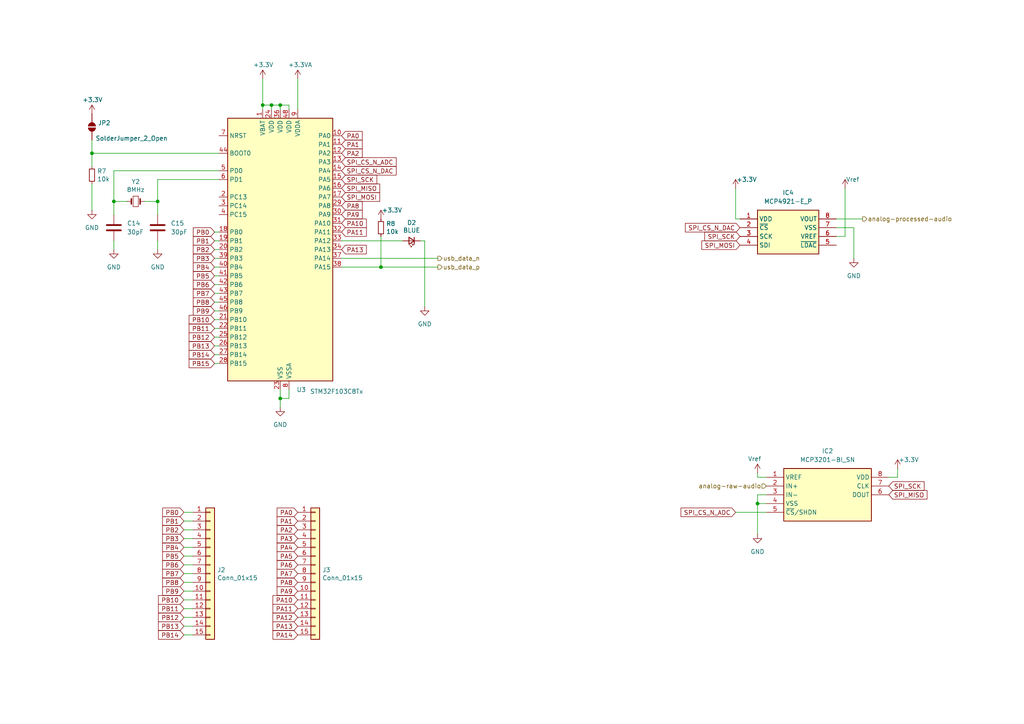
<source format=kicad_sch>
(kicad_sch (version 20231120) (generator "eeschema") (generator_version "8.0")
  (paper "A4")
  (lib_symbols
    (symbol "Connector_Generic:Conn_01x15" (pin_names (offset 1.016) hide)
      (property "Reference" "J" (at 0 20.32 0))
      (property "Value" "Conn_01x15" (at 0 -20.32 0))
      (symbol "Conn_01x15_1_1"
        (rectangle (start -1.27 -17.653) (end 0 -17.907) (stroke (width 0.1524)))
        (rectangle (start -1.27 -15.113) (end 0 -15.367) (stroke (width 0.1524)))
        (rectangle (start -1.27 -12.573) (end 0 -12.827) (stroke (width 0.1524)))
        (rectangle (start -1.27 -10.033) (end 0 -10.287) (stroke (width 0.1524)))
        (rectangle (start -1.27 -7.493) (end 0 -7.747) (stroke (width 0.1524)))
        (rectangle (start -1.27 -4.953) (end 0 -5.207) (stroke (width 0.1524)))
        (rectangle (start -1.27 -2.413) (end 0 -2.667) (stroke (width 0.1524)))
        (rectangle (start -1.27 0.127) (end 0 -0.127) (stroke (width 0.1524)))
        (rectangle (start -1.27 2.667) (end 0 2.413) (stroke (width 0.1524)))
        (rectangle (start -1.27 5.207) (end 0 4.953) (stroke (width 0.1524)))
        (rectangle (start -1.27 7.747) (end 0 7.493) (stroke (width 0.1524)))
        (rectangle (start -1.27 10.287) (end 0 10.033) (stroke (width 0.1524)))
        (rectangle (start -1.27 12.827) (end 0 12.573) (stroke (width 0.1524)))
        (rectangle (start -1.27 15.367) (end 0 15.113) (stroke (width 0.1524)))
        (rectangle (start -1.27 17.907) (end 0 17.653) (stroke (width 0.1524)))
        (rectangle (start -1.27 19.05) (end 1.27 -19.05) (stroke (width 0.254)) (fill (type background)))
        (pin passive line (at -5.08 17.78 0) (length 3.81) (name "Pin_1") (number "1"))
        (pin passive line (at -5.08 -5.08 0) (length 3.81) (name "Pin_10") (number "10"))
        (pin passive line (at -5.08 -7.62 0) (length 3.81) (name "Pin_11") (number "11"))
        (pin passive line (at -5.08 -10.16 0) (length 3.81) (name "Pin_12") (number "12"))
        (pin passive line (at -5.08 -12.7 0) (length 3.81) (name "Pin_13") (number "13"))
        (pin passive line (at -5.08 -15.24 0) (length 3.81) (name "Pin_14") (number "14"))
        (pin passive line (at -5.08 -17.78 0) (length 3.81) (name "Pin_15") (number "15"))
        (pin passive line (at -5.08 15.24 0) (length 3.81) (name "Pin_2") (number "2"))
        (pin passive line (at -5.08 12.7 0) (length 3.81) (name "Pin_3") (number "3"))
        (pin passive line (at -5.08 10.16 0) (length 3.81) (name "Pin_4") (number "4"))
        (pin passive line (at -5.08 7.62 0) (length 3.81) (name "Pin_5") (number "5"))
        (pin passive line (at -5.08 5.08 0) (length 3.81) (name "Pin_6") (number "6"))
        (pin passive line (at -5.08 2.54 0) (length 3.81) (name "Pin_7") (number "7"))
        (pin passive line (at -5.08 0 0) (length 3.81) (name "Pin_8") (number "8"))
        (pin passive line (at -5.08 -2.54 0) (length 3.81) (name "Pin_9") (number "9"))
      )
    )
    (symbol "Device:C" (pin_numbers hide) (pin_names (offset 0.254))
      (property "Reference" "C" (at 0.635 2.54 0))
      (property "Value" "C" (at 0.635 -2.54 0))
      (symbol "C_0_1"
        (polyline (pts (xy -2.032 -0.762) (xy 2.032 -0.762)) (stroke (width 0.508)))
        (polyline (pts (xy -2.032 0.762) (xy 2.032 0.762)) (stroke (width 0.508)))
      )
      (symbol "C_1_1"
        (pin passive line (at 0 3.81 270) (length 2.794) (name "~") (number "1"))
        (pin passive line (at 0 -3.81 90) (length 2.794) (name "~") (number "2"))
      )
    )
    (symbol "Device:Crystal_Small" (pin_numbers hide) (pin_names (offset 1.016) hide)
      (property "Reference" "Y" (at 0 2.54 0))
      (property "Value" "Crystal_Small" (at 0 -2.54 0))
      (symbol "Crystal_Small_0_1"
        (rectangle (start -0.762 -1.524) (end 0.762 1.524))
        (polyline (pts (xy -1.27 -0.762) (xy -1.27 0.762)) (stroke (width 0.381)))
        (polyline (pts (xy 1.27 -0.762) (xy 1.27 0.762)) (stroke (width 0.381)))
      )
      (symbol "Crystal_Small_1_1"
        (pin passive line (at -2.54 0 0) (length 1.27) (name "1") (number "1"))
        (pin passive line (at 2.54 0 180) (length 1.27) (name "2") (number "2"))
      )
    )
    (symbol "Device:LED_Small" (pin_numbers hide) (pin_names (offset 0.254) hide)
      (property "Reference" "D" (at -1.27 3.175 0))
      (property "Value" "LED_Small" (at -4.445 -2.54 0))
      (symbol "LED_Small_0_1"
        (polyline (pts (xy -0.762 -1.016) (xy -0.762 1.016)) (stroke (width 0.254)))
        (polyline (pts (xy 1.016 0) (xy -0.762 0)))
        (polyline (pts (xy 0.762 -1.016) (xy -0.762 0) (xy 0.762 1.016) (xy 0.762 -1.016)) (stroke (width 0.254)))
        (polyline (pts (xy 0 0.762) (xy -0.508 1.27) (xy -0.254 1.27) (xy -0.508 1.27) (xy -0.508 1.016)))
        (polyline (pts (xy 0.508 1.27) (xy 0 1.778) (xy 0.254 1.778) (xy 0 1.778) (xy 0 1.524)))
      )
      (symbol "LED_Small_1_1"
        (pin passive line (at -2.54 0 0) (length 1.778) (name "K") (number "1"))
        (pin passive line (at 2.54 0 180) (length 1.778) (name "A") (number "2"))
      )
    )
    (symbol "Device:R_Small" (pin_numbers hide) (pin_names (offset 0.254) hide)
      (property "Reference" "R" (at 0.762 0.508 0))
      (property "Value" "R_Small" (at 0.762 -1.016 0))
      (symbol "R_Small_0_1"
        (rectangle (start -0.762 1.778) (end 0.762 -1.778) (stroke (width 0.2032)))
      )
      (symbol "R_Small_1_1"
        (pin passive line (at 0 2.54 270) (length 0.762) (name "~") (number "1"))
        (pin passive line (at 0 -2.54 90) (length 0.762) (name "~") (number "2"))
      )
    )
    (symbol "Jumper:SolderJumper_2_Open" (pin_numbers hide) (pin_names (offset 0) hide) (exclude_from_sim yes) (in_bom no)
      (property "Reference" "JP" (at 0 2.032 0))
      (property "Value" "SolderJumper_2_Open" (at 0 -2.54 0))
      (symbol "SolderJumper_2_Open_0_1"
        (arc (start -0.254 1.016) (mid -1.2656 0) (end -0.254 -1.016))
        (arc (start -0.254 1.016) (mid -1.2656 0) (end -0.254 -1.016) (fill (type outline)))
        (polyline (pts (xy -0.254 1.016) (xy -0.254 -1.016)))
        (polyline (pts (xy 0.254 1.016) (xy 0.254 -1.016)))
        (arc (start 0.254 -1.016) (mid 1.2656 0) (end 0.254 1.016))
        (arc (start 0.254 -1.016) (mid 1.2656 0) (end 0.254 1.016) (fill (type outline)))
      )
      (symbol "SolderJumper_2_Open_1_1"
        (pin passive line (at -3.81 0 0) (length 2.54) (name "A") (number "1"))
        (pin passive line (at 3.81 0 180) (length 2.54) (name "B") (number "2"))
      )
    )
    (symbol "MCU_ST_STM32F1:STM32F103C8Tx"
      (property "Reference" "U" (at -15.24 39.37 0))
      (property "Value" "STM32F103C8Tx" (at 7.62 39.37 0))
      (symbol "STM32F103C8Tx_0_1"
        (rectangle (start -15.24 -38.1) (end 15.24 38.1) (stroke (width 0.254)) (fill (type background)))
      )
      (symbol "STM32F103C8Tx_1_1"
        (pin power_in line (at -5.08 40.64 270) (length 2.54) (name "VBAT") (number "1"))
        (pin bidirectional line (at 17.78 33.02 180) (length 2.54) (name "PA0") (number "10"))
        (pin bidirectional line (at 17.78 30.48 180) (length 2.54) (name "PA1") (number "11"))
        (pin bidirectional line (at 17.78 27.94 180) (length 2.54) (name "PA2") (number "12"))
        (pin bidirectional line (at 17.78 25.4 180) (length 2.54) (name "PA3") (number "13"))
        (pin bidirectional line (at 17.78 22.86 180) (length 2.54) (name "PA4") (number "14"))
        (pin bidirectional line (at 17.78 20.32 180) (length 2.54) (name "PA5") (number "15"))
        (pin bidirectional line (at 17.78 17.78 180) (length 2.54) (name "PA6") (number "16"))
        (pin bidirectional line (at 17.78 15.24 180) (length 2.54) (name "PA7") (number "17"))
        (pin bidirectional line (at -17.78 5.08 0) (length 2.54) (name "PB0") (number "18"))
        (pin bidirectional line (at -17.78 2.54 0) (length 2.54) (name "PB1") (number "19"))
        (pin bidirectional line (at -17.78 15.24 0) (length 2.54) (name "PC13") (number "2"))
        (pin bidirectional line (at -17.78 0 0) (length 2.54) (name "PB2") (number "20"))
        (pin bidirectional line (at -17.78 -20.32 0) (length 2.54) (name "PB10") (number "21"))
        (pin bidirectional line (at -17.78 -22.86 0) (length 2.54) (name "PB11") (number "22"))
        (pin power_in line (at 0 -40.64 90) (length 2.54) (name "VSS") (number "23"))
        (pin power_in line (at -2.54 40.64 270) (length 2.54) (name "VDD") (number "24"))
        (pin bidirectional line (at -17.78 -25.4 0) (length 2.54) (name "PB12") (number "25"))
        (pin bidirectional line (at -17.78 -27.94 0) (length 2.54) (name "PB13") (number "26"))
        (pin bidirectional line (at -17.78 -30.48 0) (length 2.54) (name "PB14") (number "27"))
        (pin bidirectional line (at -17.78 -33.02 0) (length 2.54) (name "PB15") (number "28"))
        (pin bidirectional line (at 17.78 12.7 180) (length 2.54) (name "PA8") (number "29"))
        (pin bidirectional line (at -17.78 12.7 0) (length 2.54) (name "PC14") (number "3"))
        (pin bidirectional line (at 17.78 10.16 180) (length 2.54) (name "PA9") (number "30"))
        (pin bidirectional line (at 17.78 7.62 180) (length 2.54) (name "PA10") (number "31"))
        (pin bidirectional line (at 17.78 5.08 180) (length 2.54) (name "PA11") (number "32"))
        (pin bidirectional line (at 17.78 2.54 180) (length 2.54) (name "PA12") (number "33"))
        (pin bidirectional line (at 17.78 0 180) (length 2.54) (name "PA13") (number "34"))
        (pin passive line (at 0 -40.64 90) (length 2.54) hide (name "VSS") (number "35"))
        (pin power_in line (at 0 40.64 270) (length 2.54) (name "VDD") (number "36"))
        (pin bidirectional line (at 17.78 -2.54 180) (length 2.54) (name "PA14") (number "37"))
        (pin bidirectional line (at 17.78 -5.08 180) (length 2.54) (name "PA15") (number "38"))
        (pin bidirectional line (at -17.78 -2.54 0) (length 2.54) (name "PB3") (number "39"))
        (pin bidirectional line (at -17.78 10.16 0) (length 2.54) (name "PC15") (number "4"))
        (pin bidirectional line (at -17.78 -5.08 0) (length 2.54) (name "PB4") (number "40"))
        (pin bidirectional line (at -17.78 -7.62 0) (length 2.54) (name "PB5") (number "41"))
        (pin bidirectional line (at -17.78 -10.16 0) (length 2.54) (name "PB6") (number "42"))
        (pin bidirectional line (at -17.78 -12.7 0) (length 2.54) (name "PB7") (number "43"))
        (pin input line (at -17.78 27.94 0) (length 2.54) (name "BOOT0") (number "44"))
        (pin bidirectional line (at -17.78 -15.24 0) (length 2.54) (name "PB8") (number "45"))
        (pin bidirectional line (at -17.78 -17.78 0) (length 2.54) (name "PB9") (number "46"))
        (pin passive line (at 0 -40.64 90) (length 2.54) hide (name "VSS") (number "47"))
        (pin power_in line (at 2.54 40.64 270) (length 2.54) (name "VDD") (number "48"))
        (pin bidirectional line (at -17.78 22.86 0) (length 2.54) (name "PD0") (number "5"))
        (pin bidirectional line (at -17.78 20.32 0) (length 2.54) (name "PD1") (number "6"))
        (pin input line (at -17.78 33.02 0) (length 2.54) (name "NRST") (number "7"))
        (pin power_in line (at 2.54 -40.64 90) (length 2.54) (name "VSSA") (number "8"))
        (pin power_in line (at 5.08 40.64 270) (length 2.54) (name "VDDA") (number "9"))
      )
    )
    (symbol "cagil_library:MCP3201-BI_SN"
      (property "Reference" "IC2" (at 17.78 7.62 0))
      (property "Value" "MCP3201-BI_SN" (at 17.78 5.08 0))
      (symbol "MCP3201-BI_SN_1_1"
        (rectangle (start 5.08 2.54) (end 30.48 -12.7) (stroke (width 0.254)) (fill (type background)))
        (pin passive line (at 0 0 0) (length 5.08) (name "VREF") (number "1"))
        (pin passive line (at 0 -2.54 0) (length 5.08) (name "IN+") (number "2"))
        (pin passive line (at 0 -5.08 0) (length 5.08) (name "IN-") (number "3"))
        (pin passive line (at 0 -7.62 0) (length 5.08) (name "VSS") (number "4"))
        (pin passive line (at 0 -10.16 0) (length 5.08) (name "~{CS}/SHDN") (number "5"))
        (pin passive line (at 35.56 -5.08 180) (length 5.08) (name "DOUT") (number "6"))
        (pin passive line (at 35.56 -2.54 180) (length 5.08) (name "CLK") (number "7"))
        (pin passive line (at 35.56 0 180) (length 5.08) (name "VDD") (number "8"))
      )
    )
    (symbol "cagil_library:MCP4921-E_P"
      (property "Reference" "IC" (at 24.13 7.62 0))
      (property "Value" "MCP4921-E_P" (at 24.13 5.08 0))
      (symbol "MCP4921-E_P_1_1"
        (rectangle (start 5.08 2.54) (end 22.86 -10.16) (stroke (width 0.254)) (fill (type background)))
        (pin power_in line (at 0 0 0) (length 5.08) (name "VDD") (number "1"))
        (pin input line (at 0 -2.54 0) (length 5.08) (name "~{CS}") (number "2"))
        (pin passive line (at 0 -5.08 0) (length 5.08) (name "SCK") (number "3"))
        (pin passive line (at 0 -7.62 0) (length 5.08) (name "SDI") (number "4"))
        (pin passive line (at 27.94 -7.62 180) (length 5.08) (name "~{LDAC}") (number "5"))
        (pin input line (at 27.94 -5.08 180) (length 5.08) (name "VREF") (number "6"))
        (pin power_in line (at 27.94 -2.54 180) (length 5.08) (name "VSS") (number "7"))
        (pin output line (at 27.94 0 180) (length 5.08) (name "VOUT") (number "8"))
      )
    )
    (symbol "power:GND" (power) (pin_numbers hide) (pin_names (offset 0) hide)
      (property "Value" "GND" (at 0 -3.81 0))
      (symbol "GND_0_1"
        (polyline (pts (xy 0 0) (xy 0 -1.27) (xy 1.27 -1.27) (xy 0 -2.54) (xy -1.27 -1.27) (xy 0 -1.27)))
      )
      (symbol "GND_1_1"
        (pin power_in line (at 0 0 270) (length 0) (name "~") (number "1"))
      )
    )
    (symbol "power:VDD" (power) (pin_numbers hide) (pin_names (offset 0) hide)
      (property "Value" "VDD" (at 0 3.556 0))
      (symbol "VDD_0_1"
        (polyline (pts (xy -0.762 1.27) (xy 0 2.54)))
        (polyline (pts (xy 0 0) (xy 0 2.54)))
        (polyline (pts (xy 0 2.54) (xy 0.762 1.27)))
      )
      (symbol "VDD_1_1"
        (pin power_in line (at 0 0 90) (length 0) (name "~") (number "1"))
      )
    )
  )
  (junction (at 45.72 58.42))
  (junction (at 81.28 30.48))
  (junction (at 219.71 146.05))
  (junction (at 76.2 30.48))
  (junction (at 33.02 58.42))
  (junction (at 78.74 30.48))
  (junction (at 26.67 44.45))
  (junction (at 81.28 115.57))
  (junction (at 110.49 77.47))
  (wire (pts (xy 62.23 87.63) (xy 63.5 87.63)))
  (wire (pts (xy 219.71 143.51) (xy 219.71 146.05)))
  (wire (pts (xy 62.23 77.47) (xy 63.5 77.47)))
  (wire (pts (xy 45.72 52.07) (xy 45.72 58.42)))
  (wire (pts (xy 53.34 171.45) (xy 55.88 171.45)))
  (wire (pts (xy 53.34 161.29) (xy 55.88 161.29)))
  (wire (pts (xy 62.23 100.33) (xy 63.5 100.33)))
  (wire (pts (xy 62.23 82.55) (xy 63.5 82.55)))
  (wire (pts (xy 53.34 179.07) (xy 55.88 179.07)))
  (wire (pts (xy 257.81 138.43) (xy 260.35 138.43)))
  (wire (pts (xy 53.34 173.99) (xy 55.88 173.99)))
  (wire (pts (xy 110.49 68.58) (xy 110.49 77.47)))
  (wire (pts (xy 121.92 69.85) (xy 123.19 69.85)))
  (wire (pts (xy 83.82 30.48) (xy 83.82 31.75)))
  (wire (pts (xy 245.11 54.61) (xy 245.11 68.58)))
  (wire (pts (xy 76.2 22.86) (xy 76.2 30.48)))
  (wire (pts (xy 62.23 69.85) (xy 63.5 69.85)))
  (wire (pts (xy 53.34 163.83) (xy 55.88 163.83)))
  (wire (pts (xy 62.23 102.87) (xy 63.5 102.87)))
  (wire (pts (xy 53.34 153.67) (xy 55.88 153.67)))
  (wire (pts (xy 219.71 146.05) (xy 222.25 146.05)))
  (wire (pts (xy 81.28 30.48) (xy 83.82 30.48)))
  (wire (pts (xy 62.23 90.17) (xy 63.5 90.17)))
  (wire (pts (xy 62.23 95.25) (xy 63.5 95.25)))
  (wire (pts (xy 83.82 115.57) (xy 83.82 113.03)))
  (wire (pts (xy 26.67 44.45) (xy 26.67 48.26)))
  (wire (pts (xy 219.71 137.16) (xy 219.71 138.43)))
  (wire (pts (xy 62.23 105.41) (xy 63.5 105.41)))
  (wire (pts (xy 81.28 118.11) (xy 81.28 115.57)))
  (wire (pts (xy 76.2 30.48) (xy 78.74 30.48)))
  (wire (pts (xy 33.02 58.42) (xy 33.02 62.23)))
  (wire (pts (xy 62.23 80.01) (xy 63.5 80.01)))
  (wire (pts (xy 53.34 156.21) (xy 55.88 156.21)))
  (wire (pts (xy 222.25 143.51) (xy 219.71 143.51)))
  (wire (pts (xy 62.23 97.79) (xy 63.5 97.79)))
  (wire (pts (xy 53.34 181.61) (xy 55.88 181.61)))
  (wire (pts (xy 45.72 52.07) (xy 63.5 52.07)))
  (wire (pts (xy 53.34 148.59) (xy 55.88 148.59)))
  (wire (pts (xy 123.19 69.85) (xy 123.19 88.9)))
  (wire (pts (xy 45.72 58.42) (xy 45.72 62.23)))
  (wire (pts (xy 62.23 92.71) (xy 63.5 92.71)))
  (wire (pts (xy 33.02 58.42) (xy 36.83 58.42)))
  (wire (pts (xy 62.23 67.31) (xy 63.5 67.31)))
  (wire (pts (xy 62.23 72.39) (xy 63.5 72.39)))
  (wire (pts (xy 62.23 85.09) (xy 63.5 85.09)))
  (wire (pts (xy 99.06 69.85) (xy 116.84 69.85)))
  (wire (pts (xy 33.02 49.53) (xy 33.02 58.42)))
  (wire (pts (xy 81.28 115.57) (xy 83.82 115.57)))
  (wire (pts (xy 110.49 77.47) (xy 127 77.47)))
  (wire (pts (xy 86.36 22.86) (xy 86.36 31.75)))
  (wire (pts (xy 45.72 69.85) (xy 45.72 72.39)))
  (wire (pts (xy 247.65 66.04) (xy 242.57 66.04)))
  (wire (pts (xy 219.71 138.43) (xy 222.25 138.43)))
  (wire (pts (xy 81.28 30.48) (xy 81.28 31.75)))
  (wire (pts (xy 242.57 68.58) (xy 245.11 68.58)))
  (wire (pts (xy 78.74 30.48) (xy 78.74 31.75)))
  (wire (pts (xy 99.06 74.93) (xy 127 74.93)))
  (wire (pts (xy 53.34 168.91) (xy 55.88 168.91)))
  (wire (pts (xy 99.06 77.47) (xy 110.49 77.47)))
  (wire (pts (xy 78.74 30.48) (xy 81.28 30.48)))
  (wire (pts (xy 76.2 30.48) (xy 76.2 31.75)))
  (wire (pts (xy 62.23 74.93) (xy 63.5 74.93)))
  (wire (pts (xy 219.71 154.94) (xy 219.71 146.05)))
  (wire (pts (xy 33.02 69.85) (xy 33.02 72.39)))
  (wire (pts (xy 242.57 63.5) (xy 250.19 63.5)))
  (wire (pts (xy 33.02 49.53) (xy 63.5 49.53)))
  (wire (pts (xy 213.36 148.59) (xy 222.25 148.59)))
  (wire (pts (xy 247.65 74.93) (xy 247.65 66.04)))
  (wire (pts (xy 53.34 184.15) (xy 55.88 184.15)))
  (wire (pts (xy 213.36 54.61) (xy 213.36 63.5)))
  (wire (pts (xy 53.34 151.13) (xy 55.88 151.13)))
  (wire (pts (xy 26.67 44.45) (xy 63.5 44.45)))
  (wire (pts (xy 213.36 63.5) (xy 214.63 63.5)))
  (wire (pts (xy 26.67 40.64) (xy 26.67 44.45)))
  (wire (pts (xy 81.28 115.57) (xy 81.28 113.03)))
  (wire (pts (xy 26.67 53.34) (xy 26.67 60.96)))
  (wire (pts (xy 53.34 158.75) (xy 55.88 158.75)))
  (wire (pts (xy 53.34 176.53) (xy 55.88 176.53)))
  (wire (pts (xy 260.35 135.89) (xy 260.35 138.43)))
  (wire (pts (xy 41.91 58.42) (xy 45.72 58.42)))
  (wire (pts (xy 53.34 166.37) (xy 55.88 166.37)))
  (global_label "PB0" (shape input) (at 53.34 148.59 180) (property "Intersheetrefs" "${INTERSHEET_REFS}" (effects (hide yes))))
  (global_label "PB5" (shape input) (at 53.34 161.29 180) (property "Intersheetrefs" "${INTERSHEET_REFS}" (effects (hide yes))))
  (global_label "PB14" (shape input) (at 53.34 184.15 180) (property "Intersheetrefs" "${INTERSHEET_REFS}" (effects (hide yes))))
  (global_label "PA1" (shape input) (at 86.36 151.13 180) (property "Intersheetrefs" "${INTERSHEET_REFS}" (effects (hide yes))))
  (global_label "PB3" (shape input) (at 62.23 74.93 180) (property "Intersheetrefs" "${INTERSHEET_REFS}" (effects (hide yes))))
  (global_label "PA0" (shape input) (at 99.06 39.37 0) (property "Intersheetrefs" "${INTERSHEET_REFS}" (effects (hide yes))))
  (global_label "PA8" (shape input) (at 86.36 168.91 180) (property "Intersheetrefs" "${INTERSHEET_REFS}" (effects (hide yes))))
  (global_label "PB9" (shape input) (at 62.23 90.17 180) (property "Intersheetrefs" "${INTERSHEET_REFS}" (effects (hide yes))))
  (global_label "PB13" (shape input) (at 53.34 181.61 180) (property "Intersheetrefs" "${INTERSHEET_REFS}" (effects (hide yes))))
  (global_label "SPI_MISO" (shape input) (at 257.81 143.51 0) (property "Intersheetrefs" "${INTERSHEET_REFS}" (effects (hide yes))))
  (global_label "PA0" (shape input) (at 86.36 148.59 180) (property "Intersheetrefs" "${INTERSHEET_REFS}" (effects (hide yes))))
  (global_label "PA7" (shape input) (at 86.36 166.37 180) (property "Intersheetrefs" "${INTERSHEET_REFS}" (effects (hide yes))))
  (global_label "PB1" (shape input) (at 62.23 69.85 180) (property "Intersheetrefs" "${INTERSHEET_REFS}" (effects (hide yes))))
  (global_label "PA9" (shape input) (at 99.06 62.23 0) (property "Intersheetrefs" "${INTERSHEET_REFS}" (effects (hide yes))))
  (global_label "PB6" (shape input) (at 53.34 163.83 180) (property "Intersheetrefs" "${INTERSHEET_REFS}" (effects (hide yes))))
  (global_label "PA14" (shape input) (at 86.36 184.15 180) (property "Intersheetrefs" "${INTERSHEET_REFS}" (effects (hide yes))))
  (global_label "PB11" (shape input) (at 62.23 95.25 180) (property "Intersheetrefs" "${INTERSHEET_REFS}" (effects (hide yes))))
  (global_label "PB2" (shape input) (at 53.34 153.67 180) (property "Intersheetrefs" "${INTERSHEET_REFS}" (effects (hide yes))))
  (global_label "SPI_CS_N_ADC" (shape input) (at 99.06 46.99 0) (property "Intersheetrefs" "${INTERSHEET_REFS}" (effects (hide yes))))
  (global_label "SPI_SCK" (shape input) (at 214.63 68.58 180) (property "Intersheetrefs" "${INTERSHEET_REFS}" (effects (hide yes))))
  (global_label "SPI_SCK" (shape input) (at 257.81 140.97 0) (property "Intersheetrefs" "${INTERSHEET_REFS}" (effects (hide yes))))
  (global_label "PB2" (shape input) (at 62.23 72.39 180) (property "Intersheetrefs" "${INTERSHEET_REFS}" (effects (hide yes))))
  (global_label "PB8" (shape input) (at 62.23 87.63 180) (property "Intersheetrefs" "${INTERSHEET_REFS}" (effects (hide yes))))
  (global_label "PB7" (shape input) (at 53.34 166.37 180) (property "Intersheetrefs" "${INTERSHEET_REFS}" (effects (hide yes))))
  (global_label "PB10" (shape input) (at 62.23 92.71 180) (property "Intersheetrefs" "${INTERSHEET_REFS}" (effects (hide yes))))
  (global_label "SPI_SCK" (shape input) (at 99.06 52.07 0) (property "Intersheetrefs" "${INTERSHEET_REFS}" (effects (hide yes))))
  (global_label "PB5" (shape input) (at 62.23 80.01 180) (property "Intersheetrefs" "${INTERSHEET_REFS}" (effects (hide yes))))
  (global_label "PB1" (shape input) (at 53.34 151.13 180) (property "Intersheetrefs" "${INTERSHEET_REFS}" (effects (hide yes))))
  (global_label "PB12" (shape input) (at 62.23 97.79 180) (property "Intersheetrefs" "${INTERSHEET_REFS}" (effects (hide yes))))
  (global_label "PB10" (shape input) (at 53.34 173.99 180) (property "Intersheetrefs" "${INTERSHEET_REFS}" (effects (hide yes))))
  (global_label "PB9" (shape input) (at 53.34 171.45 180) (property "Intersheetrefs" "${INTERSHEET_REFS}" (effects (hide yes))))
  (global_label "PA12" (shape input) (at 86.36 179.07 180) (property "Intersheetrefs" "${INTERSHEET_REFS}" (effects (hide yes))))
  (global_label "SPI_MISO" (shape input) (at 99.06 54.61 0) (property "Intersheetrefs" "${INTERSHEET_REFS}" (effects (hide yes))))
  (global_label "PA6" (shape input) (at 86.36 163.83 180) (property "Intersheetrefs" "${INTERSHEET_REFS}" (effects (hide yes))))
  (global_label "SPI_MOSI" (shape input) (at 99.06 57.15 0) (property "Intersheetrefs" "${INTERSHEET_REFS}" (effects (hide yes))))
  (global_label "PB7" (shape input) (at 62.23 85.09 180) (property "Intersheetrefs" "${INTERSHEET_REFS}" (effects (hide yes))))
  (global_label "SPI_CS_N_ADC" (shape input) (at 213.36 148.59 180) (property "Intersheetrefs" "${INTERSHEET_REFS}" (effects (hide yes))))
  (global_label "PA11" (shape input) (at 86.36 176.53 180) (property "Intersheetrefs" "${INTERSHEET_REFS}" (effects (hide yes))))
  (global_label "PB15" (shape input) (at 62.23 105.41 180) (property "Intersheetrefs" "${INTERSHEET_REFS}" (effects (hide yes))))
  (global_label "PA2" (shape input) (at 99.06 44.45 0) (property "Intersheetrefs" "${INTERSHEET_REFS}" (effects (hide yes))))
  (global_label "PB8" (shape input) (at 53.34 168.91 180) (property "Intersheetrefs" "${INTERSHEET_REFS}" (effects (hide yes))))
  (global_label "PB11" (shape input) (at 53.34 176.53 180) (property "Intersheetrefs" "${INTERSHEET_REFS}" (effects (hide yes))))
  (global_label "PB12" (shape input) (at 53.34 179.07 180) (property "Intersheetrefs" "${INTERSHEET_REFS}" (effects (hide yes))))
  (global_label "PA1" (shape input) (at 99.06 41.91 0) (property "Intersheetrefs" "${INTERSHEET_REFS}" (effects (hide yes))))
  (global_label "PA3" (shape input) (at 86.36 156.21 180) (property "Intersheetrefs" "${INTERSHEET_REFS}" (effects (hide yes))))
  (global_label "PB3" (shape input) (at 53.34 156.21 180) (property "Intersheetrefs" "${INTERSHEET_REFS}" (effects (hide yes))))
  (global_label "PA10" (shape input) (at 86.36 173.99 180) (property "Intersheetrefs" "${INTERSHEET_REFS}" (effects (hide yes))))
  (global_label "PB14" (shape input) (at 62.23 102.87 180) (property "Intersheetrefs" "${INTERSHEET_REFS}" (effects (hide yes))))
  (global_label "PA2" (shape input) (at 86.36 153.67 180) (property "Intersheetrefs" "${INTERSHEET_REFS}" (effects (hide yes))))
  (global_label "PA11" (shape input) (at 99.06 67.31 0) (property "Intersheetrefs" "${INTERSHEET_REFS}" (effects (hide yes))))
  (global_label "PB13" (shape input) (at 62.23 100.33 180) (property "Intersheetrefs" "${INTERSHEET_REFS}" (effects (hide yes))))
  (global_label "PA4" (shape input) (at 86.36 158.75 180) (property "Intersheetrefs" "${INTERSHEET_REFS}" (effects (hide yes))))
  (global_label "PB4" (shape input) (at 53.34 158.75 180) (property "Intersheetrefs" "${INTERSHEET_REFS}" (effects (hide yes))))
  (global_label "PA9" (shape input) (at 86.36 171.45 180) (property "Intersheetrefs" "${INTERSHEET_REFS}" (effects (hide yes))))
  (global_label "PA8" (shape input) (at 99.06 59.69 0) (property "Intersheetrefs" "${INTERSHEET_REFS}" (effects (hide yes))))
  (global_label "PA13" (shape input) (at 99.06 72.39 0) (property "Intersheetrefs" "${INTERSHEET_REFS}" (effects (hide yes))))
  (global_label "PA5" (shape input) (at 86.36 161.29 180) (property "Intersheetrefs" "${INTERSHEET_REFS}" (effects (hide yes))))
  (global_label "PA10" (shape input) (at 99.06 64.77 0) (property "Intersheetrefs" "${INTERSHEET_REFS}" (effects (hide yes))))
  (global_label "PB6" (shape input) (at 62.23 82.55 180) (property "Intersheetrefs" "${INTERSHEET_REFS}" (effects (hide yes))))
  (global_label "PA13" (shape input) (at 86.36 181.61 180) (property "Intersheetrefs" "${INTERSHEET_REFS}" (effects (hide yes))))
  (global_label "PB0" (shape input) (at 62.23 67.31 180) (property "Intersheetrefs" "${INTERSHEET_REFS}" (effects (hide yes))))
  (global_label "SPI_CS_N_DAC" (shape input) (at 214.63 66.04 180) (property "Intersheetrefs" "${INTERSHEET_REFS}" (effects (hide yes))))
  (global_label "SPI_MOSI" (shape input) (at 214.63 71.12 180) (property "Intersheetrefs" "${INTERSHEET_REFS}" (effects (hide yes))))
  (global_label "SPI_CS_N_DAC" (shape input) (at 99.06 49.53 0) (property "Intersheetrefs" "${INTERSHEET_REFS}" (effects (hide yes))))
  (global_label "PB4" (shape input) (at 62.23 77.47 180) (property "Intersheetrefs" "${INTERSHEET_REFS}" (effects (hide yes))))
  (hierarchical_label "usb_data_n" (shape output) (at 127 74.93 0))
  (hierarchical_label "analog-raw-audio" (shape input) (at 222.25 140.97 180))
  (hierarchical_label "usb_data_p" (shape output) (at 127 77.47 0))
  (hierarchical_label "analog-processed-audio" (shape output) (at 250.19 63.5 0))
  (symbol (lib_id "cagil_library:MCP4921-E_P") (at 214.63 63.5 0) (unit 1)
    (property "Reference" "IC4" (at 228.6 55.88 0))
    (property "Value" "MCP4921-E_P" (at 228.6 58.42 0))
    (property "Datasheet" "https://datasheet.datasheetarchive.com/originals/distributors/SFDatasheet-4/sf-00090085.pdf" (effects (hide yes)))
    (property "Description" "Microchip MCP4921-E/P, 12 bit Serial DAC, 8-Pin PDIP" (effects (hide yes)))
    (property "Height" "5.334" (effects (hide yes)))
    (property "Mouser Part Number" "579-MCP4921-E/P" (effects (hide yes)))
    (property "Mouser Price/Stock" "https://www.mouser.co.uk/ProductDetail/Microchip-Technology/MCP4921-E-P?qs=1zyQUV6YKYz%252BhdPnOOm6sg%3D%3D" (effects (hide yes)))
    (property "Manufacturer_Name" "Microchip" (effects (hide yes)))
    (property "Manufacturer_Part_Number" "MCP4921-E/P" (effects (hide yes)))
  )
  (symbol (lib_id "Jumper:SolderJumper_2_Open") (at 26.67 36.83 270) (unit 1)
    (property "Reference" "JP2" (at 28.3972 35.6616 90) (effects (justify left)))
    (property "Value" "SolderJumper_2_Open" (at 27.686 40.132 90) (effects (justify left)))
    (property "Footprint" "Jumper:SolderJumper-2_P1.3mm_Open_Pad1.0x1.5mm" (effects (hide yes)))
  )
  (symbol (lib_id "Device:R_Small") (at 26.67 50.8 0) (unit 1)
    (property "Reference" "R7" (at 28.1686 49.6316 0) (effects (justify left)))
    (property "Value" "10k" (at 28.1686 51.943 0) (effects (justify left)))
    (property "Footprint" "Resistor_SMD:R_0402_1005Metric" (effects (hide yes)))
    (property "LCSC Part #" "C25744" (effects (hide yes)))
  )
  (symbol (lib_id "Device:C") (at 33.02 66.04 0) (unit 1)
    (property "Reference" "C14" (at 36.83 64.7699 0) (effects (justify left)))
    (property "Value" "30pF" (at 36.83 67.3099 0) (effects (justify left)))
    (property "Description" "Unpolarized capacitor" (effects (hide yes)))
  )
  (symbol (lib_id "power:GND") (at 247.65 74.93 0) (unit 1)
    (property "Reference" "#PWR028" (effects (hide yes)))
    (property "Value" "GND" (at 247.65 80.01 0))
    (property "Description" "Power symbol creates a global label with name \"GND\" , ground" (effects (hide yes)))
  )
  (symbol (lib_id "power:GND") (at 26.67 60.96 0) (unit 1)
    (property "Reference" "#PWR030" (effects (hide yes)))
    (property "Value" "GND" (at 26.67 66.04 0))
    (property "Description" "Power symbol creates a global label with name \"GND\" , ground" (effects (hide yes)))
  )
  (symbol (lib_id "Device:C") (at 45.72 66.04 0) (unit 1)
    (property "Reference" "C15" (at 49.53 64.7699 0) (effects (justify left)))
    (property "Value" "30pF" (at 49.53 67.3099 0) (effects (justify left)))
    (property "Description" "Unpolarized capacitor" (effects (hide yes)))
  )
  (symbol (lib_id "power:GND") (at 123.19 88.9 0) (unit 1)
    (property "Reference" "#PWR037" (effects (hide yes)))
    (property "Value" "GND" (at 123.19 93.98 0))
    (property "Description" "Power symbol creates a global label with name \"GND\" , ground" (effects (hide yes)))
  )
  (symbol (lib_id "Device:R_Small") (at 110.49 66.04 0) (unit 1)
    (property "Reference" "R8" (at 111.9886 64.8716 0) (effects (justify left)))
    (property "Value" "10k" (at 111.9886 67.183 0) (effects (justify left)))
    (property "Footprint" "Resistor_SMD:R_0402_1005Metric" (effects (hide yes)))
    (property "LCSC Part #" "C25744" (effects (hide yes)))
  )
  (symbol (lib_id "Device:Crystal_Small") (at 39.37 58.42 0) (unit 1)
    (property "Reference" "Y2" (at 39.37 52.705 0))
    (property "Value" "8MHz" (at 39.37 55.0164 0))
    (property "Footprint" "Crystal:Crystal_SMD_5032-2Pin_5.0x3.2mm" (effects (hide yes)))
    (property "LCSC Part #" "C115962" (effects (hide yes)))
  )
  (symbol (lib_id "power:GND") (at 33.02 72.39 0) (unit 1)
    (property "Reference" "#PWR031" (effects (hide yes)))
    (property "Value" "GND" (at 33.02 77.47 0))
    (property "Description" "Power symbol creates a global label with name \"GND\" , ground" (effects (hide yes)))
  )
  (symbol (lib_id "cagil_library:MCP3201-BI_SN") (at 222.25 138.43 0) (unit 1)
    (property "Reference" "IC2" (at 240.03 130.81 0))
    (property "Value" "MCP3201-BI_SN" (at 240.03 133.35 0))
    (property "Datasheet" "http://ww1.microchip.com/downloads/en/DeviceDoc/21290F.pdf" (effects (hide yes)))
    (property "Description" "12 bit A-D converter,MCP3201-BI/SN SO8" (effects (hide yes)))
    (property "Height" "1.75" (effects (hide yes)))
    (property "Mouser Part Number" "579-MCP3201-BI/SN" (effects (hide yes)))
    (property "Mouser Price/Stock" "https://www.mouser.co.uk/ProductDetail/Microchip-Technology/MCP3201-BI-SN?qs=DYhulPWWrtvVnVeNjjjVNg%3D%3D" (effects (hide yes)))
    (property "Manufacturer_Name" "Microchip" (effects (hide yes)))
    (property "Manufacturer_Part_Number" "MCP3201-BI/SN" (effects (hide yes)))
  )
  (symbol (lib_id "power:GND") (at 45.72 72.39 0) (unit 1)
    (property "Reference" "#PWR032" (effects (hide yes)))
    (property "Value" "GND" (at 45.72 77.47 0))
    (property "Description" "Power symbol creates a global label with name \"GND\" , ground" (effects (hide yes)))
  )
  (symbol (lib_id "Device:LED_Small") (at 119.38 69.85 180) (unit 1)
    (property "Reference" "D2" (at 119.38 64.5922 0))
    (property "Value" "BLUE" (at 119.38 66.802 0))
    (property "Footprint" "LED_SMD:LED_0603_1608Metric" (effects (hide yes)))
    (property "LCSC Part #" "C72041" (effects (hide yes)))
  )
  (symbol (lib_id "power:VDD") (at 76.2 22.86 0) (unit 1)
    (property "Reference" "#PWR033" (effects (hide yes)))
    (property "Value" "+3.3V" (at 73.406 18.796 0) (effects (justify left)))
    (property "Description" "Power symbol creates a global label with name \"VDD\"" (effects (hide yes)))
  )
  (symbol (lib_id "Connector_Generic:Conn_01x15") (at 60.96 166.37 0) (unit 1)
    (property "Reference" "J2" (at 62.992 165.3032 0) (effects (justify left)))
    (property "Value" "Conn_01x15" (at 62.992 167.6146 0) (effects (justify left)))
    (property "Footprint" "Connector_PinHeader_2.54mm:PinHeader_1x15_P2.54mm_Vertical" (effects (hide yes)))
  )
  (symbol (lib_id "power:VDD") (at 110.49 63.5 0) (unit 1)
    (property "Reference" "#PWR036" (effects (hide yes)))
    (property "Value" "+3.3V" (at 110.744 60.96 0) (effects (justify left)))
    (property "Description" "Power symbol creates a global label with name \"VDD\"" (effects (hide yes)))
  )
  (symbol (lib_id "power:VDD") (at 260.35 135.89 0) (unit 1)
    (property "Reference" "#PWR022" (effects (hide yes)))
    (property "Value" "+3.3V" (at 260.604 133.35 0) (effects (justify left)))
    (property "Description" "Power symbol creates a global label with name \"VDD\"" (effects (hide yes)))
  )
  (symbol (lib_id "power:GND") (at 81.28 118.11 0) (unit 1)
    (property "Reference" "#PWR034" (effects (hide yes)))
    (property "Value" "GND" (at 81.28 123.19 0))
    (property "Description" "Power symbol creates a global label with name \"GND\" , ground" (effects (hide yes)))
  )
  (symbol (lib_id "power:GND") (at 219.71 154.94 0) (unit 1)
    (property "Reference" "#PWR021" (effects (hide yes)))
    (property "Value" "GND" (at 219.71 160.02 0))
    (property "Description" "Power symbol creates a global label with name \"GND\" , ground" (effects (hide yes)))
  )
  (symbol (lib_id "power:VDD") (at 213.36 54.61 0) (unit 1)
    (property "Reference" "#PWR026" (effects (hide yes)))
    (property "Value" "+3.3V" (at 213.614 52.07 0) (effects (justify left)))
    (property "Description" "Power symbol creates a global label with name \"VDD\"" (effects (hide yes)))
  )
  (symbol (lib_id "Connector_Generic:Conn_01x15") (at 91.44 166.37 0) (unit 1)
    (property "Reference" "J3" (at 93.472 165.3032 0) (effects (justify left)))
    (property "Value" "Conn_01x15" (at 93.472 167.6146 0) (effects (justify left)))
    (property "Footprint" "Connector_PinHeader_2.54mm:PinHeader_1x15_P2.54mm_Vertical" (effects (hide yes)))
  )
  (symbol (lib_id "power:VDD") (at 26.67 33.02 0) (unit 1)
    (property "Reference" "#PWR029" (effects (hide yes)))
    (property "Value" "+3.3V" (at 23.876 28.956 0) (effects (justify left)))
    (property "Description" "Power symbol creates a global label with name \"VDD\"" (effects (hide yes)))
  )
  (symbol (lib_id "MCU_ST_STM32F1:STM32F103C8Tx") (at 81.28 72.39 0) (unit 1)
    (property "Reference" "U3" (at 86.0141 113.03 0) (effects (justify left)))
    (property "Value" "STM32F103C8Tx" (at 89.916 113.538 0) (effects (justify left)))
    (property "Footprint" "Package_QFP:LQFP-48_7x7mm_P0.5mm" (effects (hide yes)))
    (property "Datasheet" "https://www.st.com/resource/en/datasheet/stm32f103c8.pdf" (effects (hide yes)))
    (property "Description" "STMicroelectronics Arm Cortex-M3 MCU, 64KB flash, 20KB RAM, 72 MHz, 2.0-3.6V, 37 GPIO, LQFP48" (effects (hide yes)))
  )
  (symbol (lib_id "power:VDD") (at 245.11 54.61 0) (unit 1)
    (property "Reference" "#PWR027" (effects (hide yes)))
    (property "Value" "Vref" (at 245.364 52.07 0) (effects (justify left)))
    (property "Description" "Power symbol creates a global label with name \"VDD\"" (effects (hide yes)))
  )
  (symbol (lib_id "power:VDD") (at 219.71 137.16 0) (unit 1)
    (property "Reference" "#PWR020" (effects (hide yes)))
    (property "Value" "Vref" (at 216.916 133.096 0) (effects (justify left)))
    (property "Description" "Power symbol creates a global label with name \"VDD\"" (effects (hide yes)))
  )
  (symbol (lib_id "power:VDD") (at 86.36 22.86 0) (unit 1)
    (property "Reference" "#PWR035" (effects (hide yes)))
    (property "Value" "+3.3VA" (at 83.566 18.796 0) (effects (justify left)))
    (property "Description" "Power symbol creates a global label with name \"VDD\"" (effects (hide yes)))
  )
)
</source>
